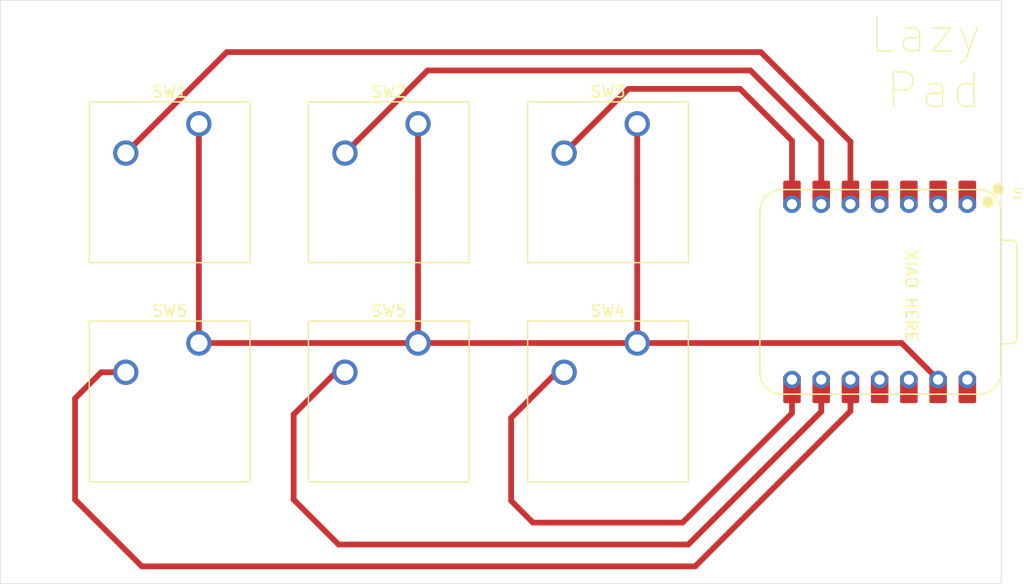
<source format=kicad_pcb>
(kicad_pcb (version 20241229) (generator "pcbnew") (generator_version "9.0")
  (layers (0 "F.Cu" signal) (2 "B.Cu" signal) (13 "F.Paste" user) (15 "B.Paste" user) (5 "F.SilkS" user "F.Silkscreen") (7 "B.SilkS" user "B.Silkscreen") (1 "F.Mask" user) (3 "B.Mask" user) (25 "Edge.Cuts" user))
  (net 0 "")
  (net 1 "Net-(U1-GPIO6{slash}SDA)")
  (net 2 "+5V")
  (net 4 "GND")
  (net 5 "Net-(U1-GPIO7{slash}SCL)")
  (net 6 "Net-(U1-GPIO0{slash}TX)")
  (net 7 "Net-(U1-GPIO1{slash}RX)")
  (net 8 "Net-(U1-GPIO2{slash}SCK)")
  (net 9 "Net-(U1-GPIO4{slash}MISO)")
  (footprint "Button_Switch_Keyboard:SW_Cherry_MX_1.00u_PCB" (layer "F.Cu") (at 17.25875 -20.91125)
    (property "Reference" "SW6" (at -2.54 -2.794 0) (layer "F.SilkS"))
    (property "Value" "SW_Push")
    (fp_line (start -9.525 -1.905) (end 4.445 -1.905) (stroke (width 0.12)) (layer "F.SilkS"))
    (fp_line (start -9.525 12.065) (end -9.525 -1.905) (stroke (width 0.12)) (layer "F.SilkS"))
    (fp_line (start 4.445 -1.905) (end 4.445 12.065) (stroke (width 0.12)) (layer "F.SilkS"))
    (fp_line (start 4.445 12.065) (end -9.525 12.065) (stroke (width 0.12)) (layer "F.SilkS"))
    (pad "" np_thru_hole circle (at -7.62 5.08) (size 1.7 1.7) (drill 1.7) (layers "*.Cu" "*.Mask"))
    (pad "" np_thru_hole circle (at -2.54 5.08) (size 4 4) (drill 4) (layers "*.Cu" "*.Mask"))
    (pad "" np_thru_hole circle (at 2.54 5.08) (size 1.7 1.7) (drill 1.7) (layers "*.Cu" "*.Mask"))
    (pad "1" thru_hole circle (at 0 0) (size 2.2 2.2) (drill 1.5) (layers "*.Cu" "*.Mask") (net 4 "GND"))
    (pad "2" thru_hole circle (at -6.35 2.54) (size 2.2 2.2) (drill 1.5) (layers "*.Cu" "*.Mask") (net 9 "Net-(U1-GPIO4{slash}MISO)"))
  )
  (footprint "Button_Switch_Keyboard:SW_Cherry_MX_1.00u_PCB" (layer "F.Cu") (at 55.35875 -39.96125)
    (property "Reference" "SW3" (at -2.54 -2.794 0) (layer "F.SilkS"))
    (property "Value" "SW_Push")
    (fp_line (start -9.525 -1.905) (end 4.445 -1.905) (stroke (width 0.12)) (layer "F.SilkS"))
    (fp_line (start -9.525 12.065) (end -9.525 -1.905) (stroke (width 0.12)) (layer "F.SilkS"))
    (fp_line (start 4.445 -1.905) (end 4.445 12.065) (stroke (width 0.12)) (layer "F.SilkS"))
    (fp_line (start 4.445 12.065) (end -9.525 12.065) (stroke (width 0.12)) (layer "F.SilkS"))
    (pad "" np_thru_hole circle (at -7.62 5.08) (size 1.7 1.7) (drill 1.7) (layers "*.Cu" "*.Mask"))
    (pad "" np_thru_hole circle (at -2.54 5.08) (size 4 4) (drill 4) (layers "*.Cu" "*.Mask"))
    (pad "" np_thru_hole circle (at 2.54 5.08) (size 1.7 1.7) (drill 1.7) (layers "*.Cu" "*.Mask"))
    (pad "1" thru_hole circle (at 0 0) (size 2.2 2.2) (drill 1.5) (layers "*.Cu" "*.Mask") (net 4 "GND"))
    (pad "2" thru_hole circle (at -6.35 2.54) (size 2.2 2.2) (drill 1.5) (layers "*.Cu" "*.Mask") (net 6 "Net-(U1-GPIO0{slash}TX)"))
  )
  (footprint "Button_Switch_Keyboard:SW_Cherry_MX_1.00u_PCB" (layer "F.Cu") (at 36.30875 -39.96125)
    (property "Reference" "SW2" (at -2.54 -2.794 0) (layer "F.SilkS"))
    (property "Value" "SW_Push")
    (fp_line (start -9.525 -1.905) (end 4.445 -1.905) (stroke (width 0.12)) (layer "F.SilkS"))
    (fp_line (start -9.525 12.065) (end -9.525 -1.905) (stroke (width 0.12)) (layer "F.SilkS"))
    (fp_line (start 4.445 -1.905) (end 4.445 12.065) (stroke (width 0.12)) (layer "F.SilkS"))
    (fp_line (start 4.445 12.065) (end -9.525 12.065) (stroke (width 0.12)) (layer "F.SilkS"))
    (pad "" np_thru_hole circle (at -7.62 5.08) (size 1.7 1.7) (drill 1.7) (layers "*.Cu" "*.Mask"))
    (pad "" np_thru_hole circle (at -2.54 5.08) (size 4 4) (drill 4) (layers "*.Cu" "*.Mask"))
    (pad "" np_thru_hole circle (at 2.54 5.08) (size 1.7 1.7) (drill 1.7) (layers "*.Cu" "*.Mask"))
    (pad "1" thru_hole circle (at 0 0) (size 2.2 2.2) (drill 1.5) (layers "*.Cu" "*.Mask") (net 4 "GND"))
    (pad "2" thru_hole circle (at -6.35 2.54) (size 2.2 2.2) (drill 1.5) (layers "*.Cu" "*.Mask") (net 5 "Net-(U1-GPIO7{slash}SCL)"))
  )
  (footprint "Button_Switch_Keyboard:SW_Cherry_MX_1.00u_PCB" (layer "F.Cu") (at 17.25875 -39.96125)
    (property "Reference" "SW1" (at -2.54 -2.794 0) (layer "F.SilkS"))
    (property "Value" "SW_Push")
    (fp_line (start -9.525 -1.905) (end 4.445 -1.905) (stroke (width 0.12)) (layer "F.SilkS"))
    (fp_line (start -9.525 12.065) (end -9.525 -1.905) (stroke (width 0.12)) (layer "F.SilkS"))
    (fp_line (start 4.445 -1.905) (end 4.445 12.065) (stroke (width 0.12)) (layer "F.SilkS"))
    (fp_line (start 4.445 12.065) (end -9.525 12.065) (stroke (width 0.12)) (layer "F.SilkS"))
    (pad "" np_thru_hole circle (at -7.62 5.08) (size 1.7 1.7) (drill 1.7) (layers "*.Cu" "*.Mask"))
    (pad "" np_thru_hole circle (at -2.54 5.08) (size 4 4) (drill 4) (layers "*.Cu" "*.Mask"))
    (pad "" np_thru_hole circle (at 2.54 5.08) (size 1.7 1.7) (drill 1.7) (layers "*.Cu" "*.Mask"))
    (pad "1" thru_hole circle (at 0 0) (size 2.2 2.2) (drill 1.5) (layers "*.Cu" "*.Mask") (net 4 "GND"))
    (pad "2" thru_hole circle (at -6.35 2.54) (size 2.2 2.2) (drill 1.5) (layers "*.Cu" "*.Mask") (net 1 "Net-(U1-GPIO6{slash}SDA)"))
  )
  (footprint "Button_Switch_Keyboard:SW_Cherry_MX_1.00u_PCB" (layer "F.Cu") (at 55.35875 -20.91125)
    (property "Reference" "SW4" (at -2.54 -2.794 0) (layer "F.SilkS"))
    (property "Value" "SW_Push")
    (fp_line (start -9.525 -1.905) (end 4.445 -1.905) (stroke (width 0.12)) (layer "F.SilkS"))
    (fp_line (start -9.525 12.065) (end -9.525 -1.905) (stroke (width 0.12)) (layer "F.SilkS"))
    (fp_line (start 4.445 -1.905) (end 4.445 12.065) (stroke (width 0.12)) (layer "F.SilkS"))
    (fp_line (start 4.445 12.065) (end -9.525 12.065) (stroke (width 0.12)) (layer "F.SilkS"))
    (pad "" np_thru_hole circle (at -7.62 5.08) (size 1.7 1.7) (drill 1.7) (layers "*.Cu" "*.Mask"))
    (pad "" np_thru_hole circle (at -2.54 5.08) (size 4 4) (drill 4) (layers "*.Cu" "*.Mask"))
    (pad "" np_thru_hole circle (at 2.54 5.08) (size 1.7 1.7) (drill 1.7) (layers "*.Cu" "*.Mask"))
    (pad "1" thru_hole circle (at 0 0) (size 2.2 2.2) (drill 1.5) (layers "*.Cu" "*.Mask") (net 4 "GND"))
    (pad "2" thru_hole circle (at -6.35 2.54) (size 2.2 2.2) (drill 1.5) (layers "*.Cu" "*.Mask") (net 7 "Net-(U1-GPIO1{slash}RX)"))
  )
  (footprint "Button_Switch_Keyboard:SW_Cherry_MX_1.00u_PCB" (layer "F.Cu") (at 36.30875 -20.91125)
    (property "Reference" "SW5" (at -2.54 -2.794 0) (layer "F.SilkS"))
    (property "Value" "SW_Push")
    (fp_line (start -9.525 -1.905) (end 4.445 -1.905) (stroke (width 0.12)) (layer "F.SilkS"))
    (fp_line (start -9.525 12.065) (end -9.525 -1.905) (stroke (width 0.12)) (layer "F.SilkS"))
    (fp_line (start 4.445 -1.905) (end 4.445 12.065) (stroke (width 0.12)) (layer "F.SilkS"))
    (fp_line (start 4.445 12.065) (end -9.525 12.065) (stroke (width 0.12)) (layer "F.SilkS"))
    (pad "" np_thru_hole circle (at -7.62 5.08) (size 1.7 1.7) (drill 1.7) (layers "*.Cu" "*.Mask"))
    (pad "" np_thru_hole circle (at -2.54 5.08) (size 4 4) (drill 4) (layers "*.Cu" "*.Mask"))
    (pad "" np_thru_hole circle (at 2.54 5.08) (size 1.7 1.7) (drill 1.7) (layers "*.Cu" "*.Mask"))
    (pad "1" thru_hole circle (at 0 0) (size 2.2 2.2) (drill 1.5) (layers "*.Cu" "*.Mask") (net 4 "GND"))
    (pad "2" thru_hole circle (at -6.35 2.54) (size 2.2 2.2) (drill 1.5) (layers "*.Cu" "*.Mask") (net 8 "Net-(U1-GPIO2{slash}SCK)"))
  )
  (footprint "Seeed Studio XIAO Series Library:XIAO-RP2040-DIP" (layer "F.Cu") (at 76.4315 -25.35625 -90)
    (property "Reference" "U1" (at -8.5 -12 270) (layer "F.SilkS") (effects (font (size 0.635 0.635) (thickness 0.1016))))
    (property "Value" "XIAO-RP2040-DIP")
    (fp_line (start -6.985 10.414) (end 6.985 10.414) (stroke (width 0.127)) (layer "F.SilkS"))
    (fp_line (start -8.89 8.509) (end -8.89 -8.636) (stroke (width 0.127)) (layer "F.SilkS"))
    (fp_line (start 8.89 8.509) (end 8.89 -8.636) (stroke (width 0.127)) (layer "F.SilkS"))
    (fp_line (start -4.495 -10.541) (end -4.491272 -11.451272) (stroke (width 0.127)) (layer "F.SilkS"))
    (fp_line (start 6.985 -10.541) (end -6.985 -10.541) (stroke (width 0.1)) (layer "F.SilkS"))
    (fp_line (start 6.985 -10.541) (end -6.985 -10.541) (stroke (width 0.127)) (layer "F.SilkS"))
    (fp_line (start 4.504 -11.451) (end 4.504 -10.541) (stroke (width 0.127)) (layer "F.SilkS"))
    (fp_line (start -3.991272 -11.951) (end 4.004 -11.951) (stroke (width 0.127)) (layer "F.SilkS"))
    (fp_arc (start -6.985 10.414) (mid -8.332038 9.856038) (end -8.89 8.509) (stroke (width 0.127)) (layer "F.SilkS"))
    (fp_arc (start 8.89 8.509) (mid 8.332038 9.856038) (end 6.985 10.414) (stroke (width 0.127)) (layer "F.SilkS"))
    (fp_arc (start -8.89 -8.636) (mid -8.332038 -9.983038) (end -6.985 -10.541) (stroke (width 0.127)) (layer "F.SilkS"))
    (fp_arc (start 6.985 -10.541) (mid 8.332038 -9.983038) (end 8.89 -8.636) (stroke (width 0.127)) (layer "F.SilkS"))
    (fp_arc (start -4.491272 -11.451272) (mid -4.344728 -11.80464) (end -3.991272 -11.951) (stroke (width 0.127)) (layer "F.SilkS"))
    (fp_arc (start 4.004 -11.951) (mid 4.357553 -11.804553) (end 4.504 -11.451) (stroke (width 0.127)) (layer "F.SilkS"))
    (fp_circle (center -7.807 -9.42) (end -7.807 -9.674) (stroke (width 0.5)) (fill yes) (layer "F.SilkS"))
    (fp_circle (center -8.95 -10.3) (end -8.95 -10.554) (stroke (width 0.5)) (fill yes) (layer "F.SilkS"))
    (pad "1" smd roundrect (at -8.455 -7.62 90) (size 2.432 1.524) (layers "F.Cu" "F.Mask") (roundrect_rratio 0.1))
    (pad "1" thru_hole circle (at -7.62 -7.62 90) (size 1.524 1.524) (drill 0.889) (layers "*.Cu" "*.Mask"))
    (pad "2" smd roundrect (at -8.455 -5.08 90) (size 2.432 1.524) (layers "F.Cu" "F.Mask") (roundrect_rratio 0.1))
    (pad "2" thru_hole circle (at -7.62 -5.08 90) (size 1.524 1.524) (drill 0.889) (layers "*.Cu" "*.Mask"))
    (pad "3" smd roundrect (at -8.455 -2.54 90) (size 2.432 1.524) (layers "F.Cu" "F.Mask") (roundrect_rratio 0.1))
    (pad "3" thru_hole circle (at -7.62 -2.54 90) (size 1.524 1.524) (drill 0.889) (layers "*.Cu" "*.Mask"))
    (pad "4" smd roundrect (at -8.455 0 90) (size 2.432 1.524) (layers "F.Cu" "F.Mask") (roundrect_rratio 0.1))
    (pad "4" thru_hole circle (at -7.62 0 90) (size 1.524 1.524) (drill 0.889) (layers "*.Cu" "*.Mask"))
    (pad "5" smd roundrect (at -8.455 2.54 90) (size 2.432 1.524) (layers "F.Cu" "F.Mask") (roundrect_rratio 0.1) (net 1 "Net-(U1-GPIO6{slash}SDA)"))
    (pad "5" thru_hole circle (at -7.62 2.54 90) (size 1.524 1.524) (drill 0.889) (layers "*.Cu" "*.Mask") (net 1 "Net-(U1-GPIO6{slash}SDA)"))
    (pad "6" smd roundrect (at -8.455 5.08 90) (size 2.432 1.524) (layers "F.Cu" "F.Mask") (roundrect_rratio 0.1) (net 5 "Net-(U1-GPIO7{slash}SCL)"))
    (pad "6" thru_hole circle (at -7.62 5.08 90) (size 1.524 1.524) (drill 0.889) (layers "*.Cu" "*.Mask") (net 5 "Net-(U1-GPIO7{slash}SCL)"))
    (pad "7" smd roundrect (at -8.455 7.62 90) (size 2.432 1.524) (layers "F.Cu" "F.Mask") (roundrect_rratio 0.1) (net 6 "Net-(U1-GPIO0{slash}TX)"))
    (pad "7" thru_hole circle (at -7.62 7.62 90) (size 1.524 1.524) (drill 0.889) (layers "*.Cu" "*.Mask") (net 6 "Net-(U1-GPIO0{slash}TX)"))
    (pad "8" thru_hole circle (at 7.62 7.62 270) (size 1.524 1.524) (drill 0.889) (layers "*.Cu" "*.Mask") (net 7 "Net-(U1-GPIO1{slash}RX)"))
    (pad "8" smd roundrect (at 8.455 7.62 270) (size 2.432 1.524) (layers "F.Cu" "F.Mask") (roundrect_rratio 0.1) (net 7 "Net-(U1-GPIO1{slash}RX)"))
    (pad "9" thru_hole circle (at 7.62 5.08 270) (size 1.524 1.524) (drill 0.889) (layers "*.Cu" "*.Mask") (net 8 "Net-(U1-GPIO2{slash}SCK)"))
    (pad "9" smd roundrect (at 8.455 5.08 270) (size 2.432 1.524) (layers "F.Cu" "F.Mask") (roundrect_rratio 0.1) (net 8 "Net-(U1-GPIO2{slash}SCK)"))
    (pad "10" thru_hole circle (at 7.62 2.54 270) (size 1.524 1.524) (drill 0.889) (layers "*.Cu" "*.Mask") (net 9 "Net-(U1-GPIO4{slash}MISO)"))
    (pad "10" smd roundrect (at 8.455 2.54 270) (size 2.432 1.524) (layers "F.Cu" "F.Mask") (roundrect_rratio 0.1) (net 9 "Net-(U1-GPIO4{slash}MISO)"))
    (pad "11" thru_hole circle (at 7.62 0 270) (size 1.524 1.524) (drill 0.889) (layers "*.Cu" "*.Mask"))
    (pad "11" smd roundrect (at 8.455 0 270) (size 2.432 1.524) (layers "F.Cu" "F.Mask") (roundrect_rratio 0.1))
    (pad "12" thru_hole circle (at 7.62 -2.54 270) (size 1.524 1.524) (drill 0.889) (layers "*.Cu" "*.Mask"))
    (pad "12" smd roundrect (at 8.455 -2.54 270) (size 2.432 1.524) (layers "F.Cu" "F.Mask") (roundrect_rratio 0.1))
    (pad "13" thru_hole circle (at 7.62 -5.08 270) (size 1.524 1.524) (drill 0.889) (layers "*.Cu" "*.Mask") (net 4 "GND"))
    (pad "13" smd roundrect (at 8.455 -5.08 270) (size 2.432 1.524) (layers "F.Cu" "F.Mask") (roundrect_rratio 0.1) (net 4 "GND"))
    (pad "14" thru_hole circle (at 7.62 -7.62 270) (size 1.524 1.524) (drill 0.889) (layers "*.Cu" "*.Mask") (net 2 "+5V"))
    (pad "14" smd roundrect (at 8.455 -7.62 270) (size 2.432 1.524) (layers "F.Cu" "F.Mask") (roundrect_rratio 0.1) (net 2 "+5V"))
  )
  (gr_rect (start 0 -50.7) (end 87 0) (stroke (width 0.05)) (fill no) (layer "Edge.Cuts"))
  (gr_text "Lazy\nPad" (at 85.4 -41.1 0) (layer "F.SilkS") (effects (font (size 3 3) (thickness 0.1)) (justify right bottom)))
  (gr_text "XIAO HERE" (at 78.6 -29.1 270) (layer "F.SilkS") (effects (font (size 1 1)) (justify left bottom)))
  (segment (start 66.1 -46.2) (end 19.6875 -46.2) (width 0.5) (layer "F.Cu") (net 1))
  (segment (start 73.8915 -38.4085) (end 66.1 -46.2) (width 0.5) (layer "F.Cu") (net 1))
  (segment (start 19.6875 -46.2) (end 10.90875 -37.42125) (width 0.5) (layer "F.Cu") (net 1))
  (segment (start 73.8915 -32.97625) (end 73.8915 -38.4085) (width 0.5) (layer "F.Cu") (net 1))
  (segment (start 78.3365 -20.91125) (end 81.5115 -17.73625) (width 0.5) (layer "F.Cu") (net 4))
  (segment (start 36.30875 -39.96125) (end 36.30875 -20.91125) (width 0.5) (layer "F.Cu") (net 4))
  (segment (start 55.35875 -20.91125) (end 78.3365 -20.91125) (width 0.5) (layer "F.Cu") (net 4))
  (segment (start 55.35875 -39.96125) (end 55.35875 -20.91125) (width 0.5) (layer "F.Cu") (net 4))
  (segment (start 17.25875 -39.96125) (end 17.25875 -20.91125) (width 0.5) (layer "F.Cu") (net 4))
  (segment (start 36.30875 -20.91125) (end 55.35875 -20.91125) (width 0.5) (layer "F.Cu") (net 4))
  (segment (start 17.25875 -20.91125) (end 36.30875 -20.91125) (width 0.5) (layer "F.Cu") (net 4))
  (segment (start 71.3515 -32.97625) (end 71.3515 -38.4485) (width 0.5) (layer "F.Cu") (net 5))
  (segment (start 37.1375 -44.6) (end 29.95875 -37.42125) (width 0.5) (layer "F.Cu") (net 5))
  (segment (start 71.3515 -38.4485) (end 65.2 -44.6) (width 0.5) (layer "F.Cu") (net 5))
  (segment (start 65.2 -44.6) (end 37.1375 -44.6) (width 0.5) (layer "F.Cu") (net 5))
  (segment (start 68.8115 -38.4885) (end 64.3 -43) (width 0.5) (layer "F.Cu") (net 6))
  (segment (start 64.3 -43) (end 54.5875 -43) (width 0.5) (layer "F.Cu") (net 6))
  (segment (start 54.5875 -43) (end 49.00875 -37.42125) (width 0.5) (layer "F.Cu") (net 6))
  (segment (start 68.8115 -32.97625) (end 68.8115 -38.4885) (width 0.5) (layer "F.Cu") (net 6))
  (segment (start 48.368147 -18.37125) (end 49.00875 -18.37125) (width 0.5) (layer "F.Cu") (net 7))
  (segment (start 46.3 -5.3) (end 44.4 -7.2) (width 0.5) (layer "F.Cu") (net 7))
  (segment (start 68.8115 -14.8115) (end 59.3 -5.3) (width 0.5) (layer "F.Cu") (net 7))
  (segment (start 59.3 -5.3) (end 46.3 -5.3) (width 0.5) (layer "F.Cu") (net 7))
  (segment (start 68.8115 -17.73625) (end 68.8115 -14.8115) (width 0.5) (layer "F.Cu") (net 7))
  (segment (start 44.4 -7.2) (end 44.4 -14.403103) (width 0.5) (layer "F.Cu") (net 7))
  (segment (start 44.4 -14.403103) (end 48.368147 -18.37125) (width 0.5) (layer "F.Cu") (net 7))
  (segment (start 29.4 -3.4) (end 25.5 -7.3) (width 0.5) (layer "F.Cu") (net 8))
  (segment (start 59.8 -3.4) (end 29.4 -3.4) (width 0.5) (layer "F.Cu") (net 8))
  (segment (start 25.5 -7.3) (end 25.5 -14.7) (width 0.5) (layer "F.Cu") (net 8))
  (segment (start 71.3515 -17.73625) (end 71.3515 -14.9515) (width 0.5) (layer "F.Cu") (net 8))
  (segment (start 25.5 -14.7) (end 29.17125 -18.37125) (width 0.5) (layer "F.Cu") (net 8))
  (segment (start 71.3515 -14.9515) (end 59.8 -3.4) (width 0.5) (layer "F.Cu") (net 8))
  (segment (start 29.17125 -18.37125) (end 29.95875 -18.37125) (width 0.5) (layer "F.Cu") (net 8))
  (segment (start 60.4 -1.5) (end 12.3 -1.5) (width 0.5) (layer "F.Cu") (net 9))
  (segment (start 6.5 -7.3) (end 6.5 -16.1) (width 0.5) (layer "F.Cu") (net 9))
  (segment (start 73.8915 -14.9915) (end 60.4 -1.5) (width 0.5) (layer "F.Cu") (net 9))
  (segment (start 12.3 -1.5) (end 6.5 -7.3) (width 0.5) (layer "F.Cu") (net 9))
  (segment (start 6.5 -16.1) (end 8.77125 -18.37125) (width 0.5) (layer "F.Cu") (net 9))
  (segment (start 73.8915 -17.73625) (end 73.8915 -14.9915) (width 0.5) (layer "F.Cu") (net 9))
  (segment (start 8.77125 -18.37125) (end 10.90875 -18.37125) (width 0.5) (layer "F.Cu") (net 9))
)
</source>
